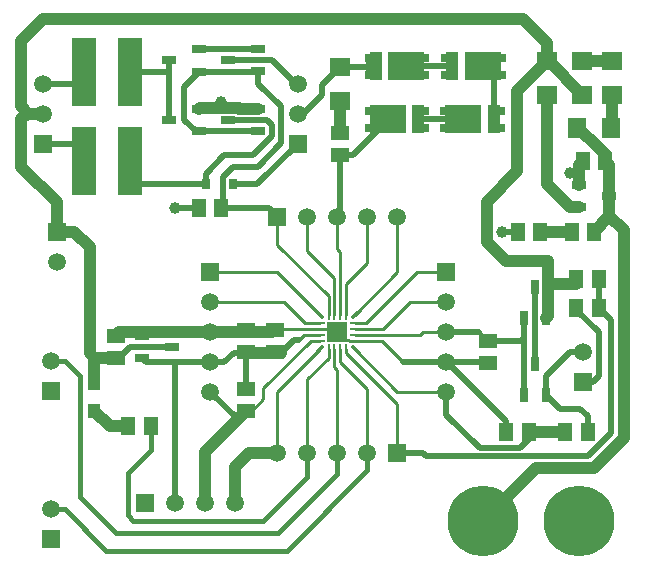
<source format=gbr>
%FSTAX25Y25*%
%MOMM*%
%SFA1B1*%

%IPPOS*%
%AMD23*
4,1,4,-0.139700,0.314960,-0.314960,0.139700,0.139700,-0.314960,0.314960,-0.139700,-0.139700,0.314960,0.0*
1,1,0.250000,-0.228600,0.228600*
1,1,0.250000,0.228600,-0.228600*
%
%AMD27*
4,1,4,-0.314960,-0.139700,-0.139700,-0.314960,0.314960,0.139700,0.139700,0.314960,-0.314960,-0.139700,0.0*
1,1,0.250000,-0.228600,-0.228600*
1,1,0.250000,0.228600,0.228600*
%
%ADD10R,1.299967X1.500117*%
%ADD11R,0.649999X1.199998*%
%ADD12R,1.500117X1.299967*%
%ADD13R,1.199998X0.649999*%
%ADD14R,1.802886X1.599947*%
%ADD15R,1.599947X1.802886*%
%ADD16R,1.100068X1.249928*%
%ADD17R,1.800096X1.599947*%
%ADD18R,0.800098X0.899918*%
%ADD19R,2.150106X5.800078*%
%ADD20R,1.100068X2.400045*%
%ADD21R,3.100064X2.400045*%
%ADD22R,0.800098X0.800098*%
G04~CAMADD=23~3~0.0~0.0~98.4~354.3~0.0~0.0~0~0.0~0.0~0.0~0.0~0~0.0~0.0~0.0~0.0~0~0.0~0.0~0.0~45.0~278.0~278.0*
%ADD23D23*%
%ADD24R,1.699997X1.699997*%
%ADD25O,0.250000X0.899998*%
%ADD26O,0.899998X0.250000*%
G04~CAMADD=27~3~0.0~0.0~98.4~354.3~0.0~0.0~0~0.0~0.0~0.0~0.0~0~0.0~0.0~0.0~0.0~0~0.0~0.0~0.0~135.0~278.0~278.0*
%ADD27D27*%
%ADD28C,0.253999*%
%ADD29C,0.499999*%
%ADD30C,0.999998*%
%ADD31C,0.399999*%
%ADD32C,5.999988*%
%ADD33R,1.499997X1.499997*%
%ADD34C,1.499997*%
%ADD35R,1.499997X1.499997*%
%ADD36C,0.999998*%
%LNdevboard_copper_signal_top-1*%
%LPD*%
G54D10*
X498999Y2149998D03*
X4799998D03*
Y2399997D03*
X498999D03*
X4394995Y1099997D03*
X4205003D03*
X4894994D03*
X4705002D03*
X4494994Y2799999D03*
X4305002D03*
X4949997D03*
X4760005D03*
X1794995Y2999999D03*
X1605003D03*
X5044993Y3399998D03*
X4855001D03*
X1005001Y1149997D03*
X1194993D03*
G54D11*
X4354997Y2069998D03*
X4544999D03*
X4449998Y2329997D03*
X4354997Y1419999D03*
X4544999D03*
X4449998Y1679999D03*
G54D12*
X4049999Y1875299D03*
Y1685307D03*
X2794797Y344651D03*
Y3636502D03*
X0899998Y1920295D03*
Y1730303D03*
X1999998Y1470294D03*
Y1280302D03*
Y1969993D03*
Y1780001D03*
X2249698Y1970295D03*
Y1780303D03*
G54D13*
X1607002Y4153999D03*
Y4343999D03*
X1347002Y4248998D03*
X2107003Y4157997D03*
Y4347999D03*
X1847001Y4252998D03*
X4819997Y3194999D03*
Y3004997D03*
X508Y3099998D03*
X1607002Y3649997D03*
Y3839999D03*
X1347002Y3744998D03*
X2107003Y3649997D03*
Y3839999D03*
X1847001Y3744998D03*
X1119997Y1920298D03*
Y1730298D03*
X1379999Y1825299D03*
G54D14*
X4549998Y395781D03*
Y4242188D03*
X4849997D03*
Y395781D03*
X5099999D03*
Y4242188D03*
G54D15*
X4807808Y3679995D03*
X5092186D03*
G54D16*
X0719693Y1282499D03*
Y1517497D03*
G54D17*
X2794797Y3909994D03*
Y4190004D03*
G54D18*
X166199Y3198997D03*
X1892015D03*
G54D19*
X0634497Y3399D03*
X101951D03*
X0634497Y4148998D03*
X101951D03*
G54D20*
X3462197Y3749997D03*
X4099999D03*
X3749692Y4199999D03*
X3099998D03*
G54D21*
X3202178Y3749997D03*
X3839979D03*
X4009712Y4199999D03*
X3360018D03*
G54D22*
X3522192Y3679995D03*
Y3819999D03*
X3042183D03*
Y3679995D03*
X4159991D03*
Y3819999D03*
X3679982D03*
Y3679995D03*
X3689697Y4270001D03*
Y4129996D03*
X4169707D03*
Y4270001D03*
X3040004D03*
Y4129996D03*
X3520013D03*
Y4270001D03*
G54D23*
X2629199Y2097498D03*
X2924197Y1802498D03*
G54D24*
X2776697Y1949998D03*
G54D25*
X2701698Y2097498D03*
X2751698D03*
X2801698D03*
X2851698D03*
Y1802498D03*
X2801698D03*
X2751698D03*
X2701698D03*
G54D26*
X2924197Y2024999D03*
Y1974999D03*
Y1924999D03*
Y1874997D03*
X2629199D03*
Y1924999D03*
Y1974999D03*
Y2024999D03*
G54D27*
X2924197Y2097498D03*
X2629199Y1802498D03*
G54D28*
X4009199Y1916099D02*
D01*
X3975298Y1949998D02*
X4009199Y1916099D01*
X3699997Y1695998D02*
X3701999D01*
X4039306D02*
X4049999Y1685307D01*
X1999998Y1271297D02*
X2040994D01*
X2494798Y1924999D02*
X2629199D01*
X2449997Y1880199D02*
X2494798Y1924999D01*
X2701698Y1726999D02*
Y1802498D01*
X2522697Y1547997D02*
X2701698Y1726999D01*
X2522697Y0925299D02*
Y1547997D01*
X2776697Y0925299D02*
Y1625297D01*
X2751698Y1650298D02*
X2776697Y1625297D01*
X2751698Y1650298D02*
Y1802498D01*
X3030697Y0925299D02*
Y1468798D01*
X2801698Y1697799D02*
X3030697Y1468798D01*
X2801698Y1697799D02*
Y1802498D01*
X3284697Y0925299D02*
Y1340599D01*
X2851698Y1773598D02*
X3284697Y1340599D01*
X2851698Y1773598D02*
Y1802498D01*
X287562Y1874997D02*
Y1879798D01*
X2776697Y1949998D02*
X2846499Y1880199D01*
X2872574*
X2872976Y1879798*
X287562*
Y1874997D02*
X2924197D01*
X2249698Y1974999D02*
X2629199D01*
X2751698D02*
X2776697Y1949998D01*
X2629199Y1974999D02*
X2751698D01*
X1999998Y1775299D02*
Y1780001D01*
X2040994Y1271297D02*
X2149998Y1380302D01*
Y1475298*
X2500299Y2024999D02*
X2629199D01*
X2321298Y2203998D02*
X2500299Y2024999D01*
X1699999Y2203998D02*
X2321298D01*
X3391199D02*
X3699997D01*
X3162198Y1974999D02*
X3391199Y2203998D01*
X2924197Y1974999D02*
X3162198D01*
X3453998Y2457998D02*
X3699997D01*
X3020999Y2024999D02*
X3453998Y2457998D01*
X2924197Y2024999D02*
X3020999D01*
X3499998Y1949998D02*
X3699997D01*
X3474999Y1924999D02*
X3499998Y1949998D01*
X2924197Y1924999D02*
X3474999D01*
X3150298Y1874997D02*
X3329299Y1695998D01*
X2924197Y1874997D02*
X3150298D01*
X3284697Y1441998D02*
X3699997D01*
X2924197Y1802498D02*
X3284697Y1441998D01*
X2268697Y0925299D02*
Y1441998D01*
X2629199Y1802498*
X2149998Y1475298D02*
X2549697Y1874997D01*
X2629199*
X2224699Y1949998D02*
X2249698Y1974999D01*
X1699999Y2457998D02*
X2268697D01*
X2629199Y2097498*
X2268697Y2685798D02*
Y2925297D01*
Y2685798D02*
X2701698Y2252799D01*
Y2097498D02*
Y2252799D01*
X2522697Y2638298D02*
Y2925297D01*
Y2638298D02*
X2751698Y2409299D01*
Y2097498D02*
Y2409299D01*
X2776697Y2648597D02*
Y2925297D01*
Y2648597D02*
X2801698Y2623599D01*
Y2097498D02*
Y2623599D01*
X3030697Y2531798D02*
Y2925297D01*
X2851698Y2352799D02*
X3030697Y2531798D01*
X2851698Y2097498D02*
Y2352799D01*
X3284697Y2457998D02*
Y2925297D01*
X2924197Y2097498D02*
X3284697Y2457998D01*
G54D29*
X3699997Y1949998D02*
X3975298D01*
X2193998Y2999999D02*
X2268697Y2925297D01*
X1794995Y2999999D02*
X2193998D01*
X2776697Y2925297D02*
X2794797Y29434D01*
Y344651*
X3284697Y0925299D02*
X3499998D01*
X3699997Y1249997D02*
Y1441998D01*
Y1249997D02*
X3979999Y0969998D01*
X4325002*
X4394995Y103999*
Y1099997*
X3499998Y0925299D02*
X3525299Y0899998D01*
X4899997*
X5092186Y1092187*
Y2047801*
X498999Y2149998D02*
X5092186Y2047801D01*
X1399999Y2999999D02*
X1605003D01*
X498999Y2149998D02*
Y2352799D01*
X4799998Y2136345D02*
Y2149998D01*
Y2136345D02*
X498999Y1946353D01*
Y1575292D02*
Y1946353D01*
X4940701Y1526001D02*
X498999Y1575292D01*
X4855001Y1526001D02*
X4940701D01*
X4894994Y1099997D02*
Y12375D01*
X4832499Y1299999D02*
X4894994Y12375D01*
X4664999Y1299999D02*
X4832499D01*
X4544999Y1419999D02*
X4664999Y1299999D01*
X3701999Y1695998D02*
X4039306D01*
X4205003Y1099997D02*
Y1192994D01*
X3701999Y1695998D02*
X4205003Y1192994D01*
X4149999Y2799999D02*
X4305002D01*
X4749698Y1780001D02*
X4855001D01*
X4544999Y1575302D02*
X4749698Y1780001D01*
X4544999Y1419999D02*
Y1575302D01*
X4449998Y1679999D02*
Y2329997D01*
X4354997Y1899998D02*
Y2069998D01*
Y1419999D02*
Y1899998D01*
X4330298Y1875299D02*
X4354997Y1899998D01*
X4049999Y1875299D02*
X4330298D01*
X2103488Y3349998D02*
X2299997Y354651D01*
X1894372Y3349998D02*
X2103488D01*
X1807009Y3262635D02*
X1894372Y3349998D01*
X1807009Y3007009D02*
Y3262635D01*
X2299997Y354651D02*
Y3859692D01*
X2107003Y4052689D02*
X2299997Y3859692D01*
X1847001Y3744998D02*
X2178001D01*
X2223002Y3699997*
Y360986D02*
Y3699997D01*
X2059652Y344651D02*
X2223002Y360986D01*
X1817509Y344651D02*
X2059652D01*
X166199Y3290991D02*
X1817509Y344651D01*
X2107003Y4052689D02*
Y4157997D01*
X106951Y3206493D02*
Y3399D01*
X166199Y3198997D02*
Y3290991D01*
X1699999Y1441998D02*
X1930847Y121115D01*
X1899998Y1775299D02*
X1999998D01*
X1399999Y1695998D02*
X1699999D01*
X1154297D02*
X1399999D01*
Y0499999D02*
Y1695998D01*
X2906702Y344651D02*
X3202178Y3741986D01*
Y3749997*
X2794797Y344651D02*
X2906702D01*
X3040004Y4199999D02*
Y4270001D01*
Y4129996D02*
Y4199999D01*
X3030009Y4190004D02*
X3040004Y4199999D01*
X2794797Y4190004D02*
X3030009D01*
X2649999Y4045204D02*
X2794797Y4190004D01*
X2649999Y3959694D02*
Y4045204D01*
X2489304Y3798999D02*
X2649999Y3959694D01*
X2444503Y3798999D02*
X2489304D01*
X3462197Y3749997D02*
X3839979D01*
X4099999D02*
Y4109712D01*
X4009712Y4199999D02*
X4099999Y4109712D01*
X3360018Y4199999D02*
X3749692D01*
X1077003Y3198997D02*
X166199D01*
X106951Y3206493D02*
X1077003Y3198997D01*
X0684496Y3399D02*
Y3541506D01*
X0681001Y3544999D02*
X0684496Y3541506D01*
X0286999Y3544999D02*
X0681001D01*
X0538497Y4052999D02*
X0634497Y4148998D01*
X0286999Y4052999D02*
X0538497D01*
X1607002Y4343999D02*
X1611002Y4347999D01*
X2107003*
X2423002Y4052999D02*
X2444503D01*
X2223002Y4252998D02*
X2423002Y4052999D01*
X1847001Y4252998D02*
X2223002D01*
X2103003Y4153999D02*
X2107003Y4157997D01*
X1607002Y4153999D02*
X2103003D01*
X1477002Y4023997D02*
X1607002Y4153999D01*
X1477002Y3748999D02*
Y4023997D01*
Y3748999D02*
X1576003Y3649997D01*
X1607002*
X1347002Y4157997D02*
Y4248998D01*
Y3744998D02*
Y4157997D01*
X1338003Y4148998D02*
X1347002Y4157997D01*
X101951Y4148998D02*
X1338003D01*
X1607002Y3649997D02*
X2107003D01*
X2098504Y3198997D02*
X2444503Y3544999D01*
X1892015Y3198997D02*
X2098504D01*
X1024699Y1825299D02*
X1379999D01*
X0929703Y1730303D02*
X1024699Y1825299D01*
X0899998Y1730303D02*
X0929703D01*
X1119997Y1730298D02*
X1154297Y1695998D01*
X2405199Y1880199D02*
X2449997D01*
X2300297Y1775299D02*
X2405199Y1880199D01*
X1999998Y1470294D02*
Y1775299D01*
X1820699Y1695998D02*
X1899998Y1775299D01*
X1699999Y1695998D02*
X1820699D01*
X3329299D02*
X3699997D01*
G54D30*
X4627501Y2799999D02*
X4760005D01*
X4494994D02*
X4627501D01*
X508Y2929999D02*
X5199999Y2809999D01*
Y1049997D02*
Y2809999D01*
X4949997Y0799998D02*
X5199999Y1049997D01*
X4459711Y0799998D02*
X4949997D01*
X4009712Y0349999D02*
X4459711Y0799998D01*
X4557999Y2349997D02*
Y2549999D01*
Y2082998D02*
Y2349997D01*
X4560798Y2352799*
X4799998*
X4544999Y2069998D02*
X4557999Y2082998D01*
X4199999Y2549999D02*
X4557999D01*
X4039306Y271069D02*
X4199999Y2549999D01*
X4039306Y271069D02*
Y3051942D01*
X4299999Y3312634*
Y3992186*
X4549998Y4242188*
X4394995Y1099997D02*
X4705002D01*
X4949997Y2799999D02*
X508Y2929999D01*
Y3099998*
X0160693Y3798999D02*
X0286999D01*
X0148998D02*
X0160693D01*
X0099999Y3859692D02*
X0160693Y3798999D01*
X0099999Y3859692D02*
Y4412998D01*
Y3749997D02*
X0148998Y3798999D01*
X0099999Y3349998D02*
Y3749997D01*
X4990002Y3509995D02*
X5049997Y3449998D01*
X5044993Y3399998D02*
X508Y3364994D01*
Y3099998D02*
Y3364994D01*
X4819997D02*
X4855001Y3399998D01*
X4819997Y3194999D02*
Y3364994D01*
X4744999Y3004997D02*
X4819997D01*
X4549998Y3199998D02*
X4744999Y3004997D01*
X4549998Y3199998D02*
Y395781D01*
X4990002Y3503998D02*
Y3509995D01*
X4814003Y3679995D02*
X4990002Y3503998D01*
X4807808Y3679995D02*
X4814003D01*
X5092186D02*
X5099999Y3687805D01*
Y395781*
X4849997Y4242188D02*
X5099999D01*
X4565619D02*
X4849997Y395781D01*
X4549998Y4242188D02*
X4565619D01*
X4549998Y4248998D02*
Y4399998D01*
X4349998Y4599998D02*
X4549998Y4399998D01*
X0286999Y4599998D02*
X4349998D01*
X0099999Y4412998D02*
X0286999Y4599998D01*
X1999998Y1775299D02*
X2300297D01*
X0852195Y1149997D02*
X0999998D01*
X0732502Y1730303D02*
X0899998D01*
X0719693D02*
X0732502D01*
X0719693Y1717494D02*
X0732502Y1730303D01*
X0719693Y1517497D02*
Y1717494D01*
Y1282499D02*
X0852195Y1149997D01*
X1930847Y121115D02*
X1999998Y1280302D01*
X1653999Y0934303D02*
X1930847Y121115D01*
X2025299Y0925299D02*
X2268697D01*
X1907999Y0807999D02*
X2025299Y0925299D01*
X1907999Y0499999D02*
Y0807999D01*
X1653999Y0499999D02*
Y0934303D01*
X0681001Y1768995D02*
X0719693Y1730303D01*
X0681001Y1768995D02*
Y2668993D01*
X0549998Y2799999D02*
X0681001Y2668993D01*
X0399999Y2799999D02*
X0549998D01*
X0399999D02*
Y3049998D01*
X0099999Y3349998D02*
X0399999Y3049998D01*
X2794797Y3636502D02*
Y3909994D01*
X1607002Y3839999D02*
X1614502Y38475D01*
X1943498*
Y3839999D02*
Y38475D01*
Y3839999D02*
X2107003D01*
X1699999Y1949998D02*
X2224699D01*
X0929703D02*
X1699999D01*
X0899998Y1920295D02*
X0929703Y1949998D01*
G54D31*
X2776697Y0749399D02*
Y0925299D01*
X2277297Y0249999D02*
X2776697Y0749399D01*
X3030697Y0780699D02*
Y0925299D01*
X2349997Y0099999D02*
X3030697Y0780699D01*
X2522697Y0722698D02*
Y0925299D01*
X0819693Y0099999D02*
X2349997D01*
X0469694Y0449999D02*
X0819693Y0099999D01*
X0349999Y0449999D02*
X0469694D01*
X0899998Y0249999D02*
X2277297D01*
X0599998Y0549998D02*
X0899998Y0249999D01*
X0599998Y0549998D02*
Y1575297D01*
X0471299Y1703999D02*
X0599998Y1575297D01*
X0349999Y1703999D02*
X0471299D01*
X2149998Y0349999D02*
X2522697Y0722698D01*
X1049997Y0349999D02*
X2149998D01*
X0999998Y0399999D02*
X1049997Y0349999D01*
X0999998Y0399999D02*
Y0760006D01*
X1194993Y0955001*
Y1149997*
G54D32*
X4009712Y0349999D03*
X4819997D03*
G54D33*
X4855001Y1526001D03*
X0399999Y2799999D03*
X2444503Y3544999D03*
X0349999Y1449999D03*
Y0195999D03*
X0286999Y3544999D03*
X1699999Y2457998D03*
X3699997D03*
G54D34*
X4855001Y1780001D03*
X1907999Y0499999D03*
X1653999D03*
X1399999D03*
X0399999Y2545999D03*
X2444503Y3798999D03*
Y4052999D03*
X0349999Y1703999D03*
Y0449999D03*
X0286999Y3798999D03*
Y4052999D03*
X3284697Y2925297D03*
X3030697D03*
X2776697D03*
X2522697D03*
X1699999Y1441998D03*
Y1695998D03*
Y1949998D03*
Y2203998D03*
X3699997Y1441998D03*
Y1695998D03*
Y1949998D03*
Y2203998D03*
X2268697Y0925299D03*
X2522697D03*
X2776697D03*
X3030697D03*
G54D35*
X1145999Y0499999D03*
X2268697Y2925297D03*
X3284697Y0925299D03*
G54D36*
X4744999Y3299998D03*
X4627501Y2799999D03*
X1399999Y2999999D03*
X4169707Y2799999D03*
X2794797Y3773248D03*
X1794995Y3899999D03*
M02*
</source>
